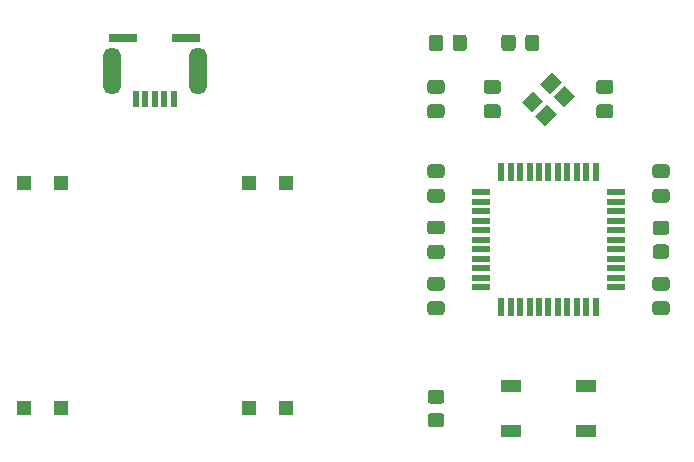
<source format=gbp>
%TF.GenerationSoftware,KiCad,Pcbnew,(5.1.10)-1*%
%TF.CreationDate,2021-08-17T23:44:39-04:00*%
%TF.ProjectId,Keyboard_Schematic,4b657962-6f61-4726-945f-536368656d61,rev?*%
%TF.SameCoordinates,Original*%
%TF.FileFunction,Paste,Bot*%
%TF.FilePolarity,Positive*%
%FSLAX46Y46*%
G04 Gerber Fmt 4.6, Leading zero omitted, Abs format (unit mm)*
G04 Created by KiCad (PCBNEW (5.1.10)-1) date 2021-08-17 23:44:39*
%MOMM*%
%LPD*%
G01*
G04 APERTURE LIST*
%ADD10R,1.500000X0.550000*%
%ADD11R,0.550000X1.500000*%
%ADD12C,0.100000*%
%ADD13R,1.200000X1.200000*%
%ADD14R,2.350000X0.800000*%
%ADD15R,0.500000X1.400000*%
%ADD16O,1.500000X4.000000*%
%ADD17R,1.700000X1.000000*%
G04 APERTURE END LIST*
D10*
%TO.C,U1*%
X89550000Y-77818750D03*
X89550000Y-77018750D03*
X89550000Y-76218750D03*
X89550000Y-75418750D03*
X89550000Y-74618750D03*
X89550000Y-73818750D03*
X89550000Y-73018750D03*
X89550000Y-72218750D03*
X89550000Y-71418750D03*
X89550000Y-70618750D03*
X89550000Y-69818750D03*
D11*
X91250000Y-68118750D03*
X92050000Y-68118750D03*
X92850000Y-68118750D03*
X93650000Y-68118750D03*
X94450000Y-68118750D03*
X95250000Y-68118750D03*
X96050000Y-68118750D03*
X96850000Y-68118750D03*
X97650000Y-68118750D03*
X98450000Y-68118750D03*
X99250000Y-68118750D03*
D10*
X100950000Y-69818750D03*
X100950000Y-70618750D03*
X100950000Y-71418750D03*
X100950000Y-72218750D03*
X100950000Y-73018750D03*
X100950000Y-73818750D03*
X100950000Y-74618750D03*
X100950000Y-75418750D03*
X100950000Y-76218750D03*
X100950000Y-77018750D03*
X100950000Y-77818750D03*
D11*
X99250000Y-79518750D03*
X98450000Y-79518750D03*
X97650000Y-79518750D03*
X96850000Y-79518750D03*
X96050000Y-79518750D03*
X95250000Y-79518750D03*
X94450000Y-79518750D03*
X93650000Y-79518750D03*
X92850000Y-79518750D03*
X92050000Y-79518750D03*
X91250000Y-79518750D03*
%TD*%
D12*
%TO.C,X1*%
G36*
X96522792Y-62619607D02*
G01*
X95674264Y-61771079D01*
X96664214Y-60781129D01*
X97512742Y-61629657D01*
X96522792Y-62619607D01*
G37*
G36*
X94967157Y-64175242D02*
G01*
X94118629Y-63326714D01*
X95108579Y-62336764D01*
X95957107Y-63185292D01*
X94967157Y-64175242D01*
G37*
G36*
X95391421Y-61488236D02*
G01*
X94542893Y-60639708D01*
X95532843Y-59649758D01*
X96381371Y-60498286D01*
X95391421Y-61488236D01*
G37*
G36*
X93835786Y-63043871D02*
G01*
X92987258Y-62195343D01*
X93977208Y-61205393D01*
X94825736Y-62053921D01*
X93835786Y-63043871D01*
G37*
%TD*%
%TO.C,C1*%
G36*
G01*
X90962500Y-63537500D02*
X90012500Y-63537500D01*
G75*
G02*
X89762500Y-63287500I0J250000D01*
G01*
X89762500Y-62612500D01*
G75*
G02*
X90012500Y-62362500I250000J0D01*
G01*
X90962500Y-62362500D01*
G75*
G02*
X91212500Y-62612500I0J-250000D01*
G01*
X91212500Y-63287500D01*
G75*
G02*
X90962500Y-63537500I-250000J0D01*
G01*
G37*
G36*
G01*
X90962500Y-61462500D02*
X90012500Y-61462500D01*
G75*
G02*
X89762500Y-61212500I0J250000D01*
G01*
X89762500Y-60537500D01*
G75*
G02*
X90012500Y-60287500I250000J0D01*
G01*
X90962500Y-60287500D01*
G75*
G02*
X91212500Y-60537500I0J-250000D01*
G01*
X91212500Y-61212500D01*
G75*
G02*
X90962500Y-61462500I-250000J0D01*
G01*
G37*
%TD*%
%TO.C,C2*%
G36*
G01*
X100487500Y-63537500D02*
X99537500Y-63537500D01*
G75*
G02*
X99287500Y-63287500I0J250000D01*
G01*
X99287500Y-62612500D01*
G75*
G02*
X99537500Y-62362500I250000J0D01*
G01*
X100487500Y-62362500D01*
G75*
G02*
X100737500Y-62612500I0J-250000D01*
G01*
X100737500Y-63287500D01*
G75*
G02*
X100487500Y-63537500I-250000J0D01*
G01*
G37*
G36*
G01*
X100487500Y-61462500D02*
X99537500Y-61462500D01*
G75*
G02*
X99287500Y-61212500I0J250000D01*
G01*
X99287500Y-60537500D01*
G75*
G02*
X99537500Y-60287500I250000J0D01*
G01*
X100487500Y-60287500D01*
G75*
G02*
X100737500Y-60537500I0J-250000D01*
G01*
X100737500Y-61212500D01*
G75*
G02*
X100487500Y-61462500I-250000J0D01*
G01*
G37*
%TD*%
%TO.C,C3*%
G36*
G01*
X104300000Y-79031250D02*
X105250000Y-79031250D01*
G75*
G02*
X105500000Y-79281250I0J-250000D01*
G01*
X105500000Y-79956250D01*
G75*
G02*
X105250000Y-80206250I-250000J0D01*
G01*
X104300000Y-80206250D01*
G75*
G02*
X104050000Y-79956250I0J250000D01*
G01*
X104050000Y-79281250D01*
G75*
G02*
X104300000Y-79031250I250000J0D01*
G01*
G37*
G36*
G01*
X104300000Y-76956250D02*
X105250000Y-76956250D01*
G75*
G02*
X105500000Y-77206250I0J-250000D01*
G01*
X105500000Y-77881250D01*
G75*
G02*
X105250000Y-78131250I-250000J0D01*
G01*
X104300000Y-78131250D01*
G75*
G02*
X104050000Y-77881250I0J250000D01*
G01*
X104050000Y-77206250D01*
G75*
G02*
X104300000Y-76956250I250000J0D01*
G01*
G37*
%TD*%
%TO.C,C4*%
G36*
G01*
X104300000Y-67431250D02*
X105250000Y-67431250D01*
G75*
G02*
X105500000Y-67681250I0J-250000D01*
G01*
X105500000Y-68356250D01*
G75*
G02*
X105250000Y-68606250I-250000J0D01*
G01*
X104300000Y-68606250D01*
G75*
G02*
X104050000Y-68356250I0J250000D01*
G01*
X104050000Y-67681250D01*
G75*
G02*
X104300000Y-67431250I250000J0D01*
G01*
G37*
G36*
G01*
X104300000Y-69506250D02*
X105250000Y-69506250D01*
G75*
G02*
X105500000Y-69756250I0J-250000D01*
G01*
X105500000Y-70431250D01*
G75*
G02*
X105250000Y-70681250I-250000J0D01*
G01*
X104300000Y-70681250D01*
G75*
G02*
X104050000Y-70431250I0J250000D01*
G01*
X104050000Y-69756250D01*
G75*
G02*
X104300000Y-69506250I250000J0D01*
G01*
G37*
%TD*%
%TO.C,C5*%
G36*
G01*
X86200000Y-68606250D02*
X85250000Y-68606250D01*
G75*
G02*
X85000000Y-68356250I0J250000D01*
G01*
X85000000Y-67681250D01*
G75*
G02*
X85250000Y-67431250I250000J0D01*
G01*
X86200000Y-67431250D01*
G75*
G02*
X86450000Y-67681250I0J-250000D01*
G01*
X86450000Y-68356250D01*
G75*
G02*
X86200000Y-68606250I-250000J0D01*
G01*
G37*
G36*
G01*
X86200000Y-70681250D02*
X85250000Y-70681250D01*
G75*
G02*
X85000000Y-70431250I0J250000D01*
G01*
X85000000Y-69756250D01*
G75*
G02*
X85250000Y-69506250I250000J0D01*
G01*
X86200000Y-69506250D01*
G75*
G02*
X86450000Y-69756250I0J-250000D01*
G01*
X86450000Y-70431250D01*
G75*
G02*
X86200000Y-70681250I-250000J0D01*
G01*
G37*
%TD*%
%TO.C,C6*%
G36*
G01*
X86200000Y-63537500D02*
X85250000Y-63537500D01*
G75*
G02*
X85000000Y-63287500I0J250000D01*
G01*
X85000000Y-62612500D01*
G75*
G02*
X85250000Y-62362500I250000J0D01*
G01*
X86200000Y-62362500D01*
G75*
G02*
X86450000Y-62612500I0J-250000D01*
G01*
X86450000Y-63287500D01*
G75*
G02*
X86200000Y-63537500I-250000J0D01*
G01*
G37*
G36*
G01*
X86200000Y-61462500D02*
X85250000Y-61462500D01*
G75*
G02*
X85000000Y-61212500I0J250000D01*
G01*
X85000000Y-60537500D01*
G75*
G02*
X85250000Y-60287500I250000J0D01*
G01*
X86200000Y-60287500D01*
G75*
G02*
X86450000Y-60537500I0J-250000D01*
G01*
X86450000Y-61212500D01*
G75*
G02*
X86200000Y-61462500I-250000J0D01*
G01*
G37*
%TD*%
%TO.C,C7*%
G36*
G01*
X86200000Y-78131250D02*
X85250000Y-78131250D01*
G75*
G02*
X85000000Y-77881250I0J250000D01*
G01*
X85000000Y-77206250D01*
G75*
G02*
X85250000Y-76956250I250000J0D01*
G01*
X86200000Y-76956250D01*
G75*
G02*
X86450000Y-77206250I0J-250000D01*
G01*
X86450000Y-77881250D01*
G75*
G02*
X86200000Y-78131250I-250000J0D01*
G01*
G37*
G36*
G01*
X86200000Y-80206250D02*
X85250000Y-80206250D01*
G75*
G02*
X85000000Y-79956250I0J250000D01*
G01*
X85000000Y-79281250D01*
G75*
G02*
X85250000Y-79031250I250000J0D01*
G01*
X86200000Y-79031250D01*
G75*
G02*
X86450000Y-79281250I0J-250000D01*
G01*
X86450000Y-79956250D01*
G75*
G02*
X86200000Y-80206250I-250000J0D01*
G01*
G37*
%TD*%
%TO.C,C8*%
G36*
G01*
X86200000Y-73368750D02*
X85250000Y-73368750D01*
G75*
G02*
X85000000Y-73118750I0J250000D01*
G01*
X85000000Y-72443750D01*
G75*
G02*
X85250000Y-72193750I250000J0D01*
G01*
X86200000Y-72193750D01*
G75*
G02*
X86450000Y-72443750I0J-250000D01*
G01*
X86450000Y-73118750D01*
G75*
G02*
X86200000Y-73368750I-250000J0D01*
G01*
G37*
G36*
G01*
X86200000Y-75443750D02*
X85250000Y-75443750D01*
G75*
G02*
X85000000Y-75193750I0J250000D01*
G01*
X85000000Y-74518750D01*
G75*
G02*
X85250000Y-74268750I250000J0D01*
G01*
X86200000Y-74268750D01*
G75*
G02*
X86450000Y-74518750I0J-250000D01*
G01*
X86450000Y-75193750D01*
G75*
G02*
X86200000Y-75443750I-250000J0D01*
G01*
G37*
%TD*%
D13*
%TO.C,D1*%
X50812500Y-69056250D03*
X53962500Y-69056250D03*
%TD*%
%TO.C,D2*%
X50812500Y-88106250D03*
X53962500Y-88106250D03*
%TD*%
%TO.C,D3*%
X73012500Y-69056250D03*
X69862500Y-69056250D03*
%TD*%
%TO.C,D4*%
X73012500Y-88106250D03*
X69862500Y-88106250D03*
%TD*%
D14*
%TO.C,J1*%
X64587500Y-56712500D03*
X59237500Y-56712500D03*
D15*
X60312500Y-61912500D03*
X61112500Y-61912500D03*
X61912500Y-61912500D03*
X62712500Y-61912500D03*
X63512500Y-61912500D03*
D16*
X58262500Y-59512500D03*
X65562500Y-59512500D03*
%TD*%
%TO.C,R1*%
G36*
G01*
X85274999Y-86506250D02*
X86175001Y-86506250D01*
G75*
G02*
X86425000Y-86756249I0J-249999D01*
G01*
X86425000Y-87456251D01*
G75*
G02*
X86175001Y-87706250I-249999J0D01*
G01*
X85274999Y-87706250D01*
G75*
G02*
X85025000Y-87456251I0J249999D01*
G01*
X85025000Y-86756249D01*
G75*
G02*
X85274999Y-86506250I249999J0D01*
G01*
G37*
G36*
G01*
X85274999Y-88506250D02*
X86175001Y-88506250D01*
G75*
G02*
X86425000Y-88756249I0J-249999D01*
G01*
X86425000Y-89456251D01*
G75*
G02*
X86175001Y-89706250I-249999J0D01*
G01*
X85274999Y-89706250D01*
G75*
G02*
X85025000Y-89456251I0J249999D01*
G01*
X85025000Y-88756249D01*
G75*
G02*
X85274999Y-88506250I249999J0D01*
G01*
G37*
%TD*%
%TO.C,R2*%
G36*
G01*
X105225001Y-73418750D02*
X104324999Y-73418750D01*
G75*
G02*
X104075000Y-73168751I0J249999D01*
G01*
X104075000Y-72468749D01*
G75*
G02*
X104324999Y-72218750I249999J0D01*
G01*
X105225001Y-72218750D01*
G75*
G02*
X105475000Y-72468749I0J-249999D01*
G01*
X105475000Y-73168751D01*
G75*
G02*
X105225001Y-73418750I-249999J0D01*
G01*
G37*
G36*
G01*
X105225001Y-75418750D02*
X104324999Y-75418750D01*
G75*
G02*
X104075000Y-75168751I0J249999D01*
G01*
X104075000Y-74468749D01*
G75*
G02*
X104324999Y-74218750I249999J0D01*
G01*
X105225001Y-74218750D01*
G75*
G02*
X105475000Y-74468749I0J-249999D01*
G01*
X105475000Y-75168751D01*
G75*
G02*
X105225001Y-75418750I-249999J0D01*
G01*
G37*
%TD*%
%TO.C,R3*%
G36*
G01*
X86325000Y-56699999D02*
X86325000Y-57600001D01*
G75*
G02*
X86075001Y-57850000I-249999J0D01*
G01*
X85374999Y-57850000D01*
G75*
G02*
X85125000Y-57600001I0J249999D01*
G01*
X85125000Y-56699999D01*
G75*
G02*
X85374999Y-56450000I249999J0D01*
G01*
X86075001Y-56450000D01*
G75*
G02*
X86325000Y-56699999I0J-249999D01*
G01*
G37*
G36*
G01*
X88325000Y-56699999D02*
X88325000Y-57600001D01*
G75*
G02*
X88075001Y-57850000I-249999J0D01*
G01*
X87374999Y-57850000D01*
G75*
G02*
X87125000Y-57600001I0J249999D01*
G01*
X87125000Y-56699999D01*
G75*
G02*
X87374999Y-56450000I249999J0D01*
G01*
X88075001Y-56450000D01*
G75*
G02*
X88325000Y-56699999I0J-249999D01*
G01*
G37*
%TD*%
%TO.C,R4*%
G36*
G01*
X94468750Y-56699999D02*
X94468750Y-57600001D01*
G75*
G02*
X94218751Y-57850000I-249999J0D01*
G01*
X93518749Y-57850000D01*
G75*
G02*
X93268750Y-57600001I0J249999D01*
G01*
X93268750Y-56699999D01*
G75*
G02*
X93518749Y-56450000I249999J0D01*
G01*
X94218751Y-56450000D01*
G75*
G02*
X94468750Y-56699999I0J-249999D01*
G01*
G37*
G36*
G01*
X92468750Y-56699999D02*
X92468750Y-57600001D01*
G75*
G02*
X92218751Y-57850000I-249999J0D01*
G01*
X91518749Y-57850000D01*
G75*
G02*
X91268750Y-57600001I0J249999D01*
G01*
X91268750Y-56699999D01*
G75*
G02*
X91518749Y-56450000I249999J0D01*
G01*
X92218751Y-56450000D01*
G75*
G02*
X92468750Y-56699999I0J-249999D01*
G01*
G37*
%TD*%
D17*
%TO.C,SW1*%
X92100000Y-90006250D03*
X98400000Y-90006250D03*
X92100000Y-86206250D03*
X98400000Y-86206250D03*
%TD*%
M02*

</source>
